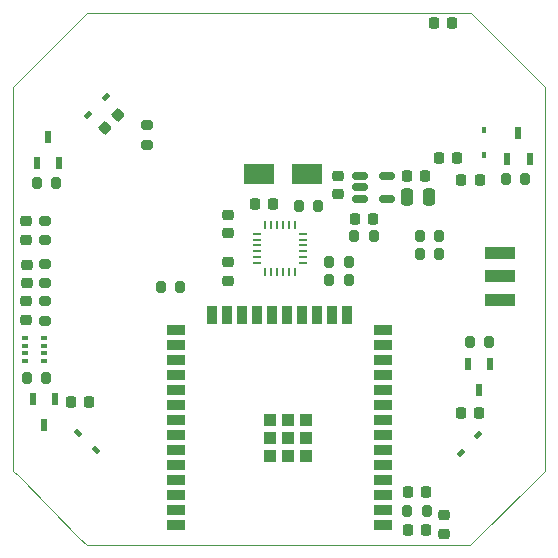
<source format=gtp>
G04 #@! TF.GenerationSoftware,KiCad,Pcbnew,9.0.1*
G04 #@! TF.CreationDate,2025-04-25T12:08:24+05:30*
G04 #@! TF.ProjectId,esp32_quad_baro_bootser_nousb_BMP,65737033-325f-4717-9561-645f6261726f,rev?*
G04 #@! TF.SameCoordinates,Original*
G04 #@! TF.FileFunction,Paste,Top*
G04 #@! TF.FilePolarity,Positive*
%FSLAX46Y46*%
G04 Gerber Fmt 4.6, Leading zero omitted, Abs format (unit mm)*
G04 Created by KiCad (PCBNEW 9.0.1) date 2025-04-25 12:08:24*
%MOMM*%
%LPD*%
G01*
G04 APERTURE LIST*
G04 Aperture macros list*
%AMRoundRect*
0 Rectangle with rounded corners*
0 $1 Rounding radius*
0 $2 $3 $4 $5 $6 $7 $8 $9 X,Y pos of 4 corners*
0 Add a 4 corners polygon primitive as box body*
4,1,4,$2,$3,$4,$5,$6,$7,$8,$9,$2,$3,0*
0 Add four circle primitives for the rounded corners*
1,1,$1+$1,$2,$3*
1,1,$1+$1,$4,$5*
1,1,$1+$1,$6,$7*
1,1,$1+$1,$8,$9*
0 Add four rect primitives between the rounded corners*
20,1,$1+$1,$2,$3,$4,$5,0*
20,1,$1+$1,$4,$5,$6,$7,0*
20,1,$1+$1,$6,$7,$8,$9,0*
20,1,$1+$1,$8,$9,$2,$3,0*%
%AMRotRect*
0 Rectangle, with rotation*
0 The origin of the aperture is its center*
0 $1 length*
0 $2 width*
0 $3 Rotation angle, in degrees counterclockwise*
0 Add horizontal line*
21,1,$1,$2,0,0,$3*%
G04 Aperture macros list end*
%ADD10RoundRect,0.200000X-0.275000X0.200000X-0.275000X-0.200000X0.275000X-0.200000X0.275000X0.200000X0*%
%ADD11R,0.600000X1.100000*%
%ADD12R,0.500000X0.350000*%
%ADD13RoundRect,0.225000X0.250000X-0.225000X0.250000X0.225000X-0.250000X0.225000X-0.250000X-0.225000X0*%
%ADD14RoundRect,0.200000X-0.200000X-0.275000X0.200000X-0.275000X0.200000X0.275000X-0.200000X0.275000X0*%
%ADD15RoundRect,0.250000X-0.250000X-0.475000X0.250000X-0.475000X0.250000X0.475000X-0.250000X0.475000X0*%
%ADD16RoundRect,0.200000X0.200000X0.275000X-0.200000X0.275000X-0.200000X-0.275000X0.200000X-0.275000X0*%
%ADD17R,0.790000X0.280000*%
%ADD18R,0.280000X0.790000*%
%ADD19RoundRect,0.225000X-0.225000X-0.250000X0.225000X-0.250000X0.225000X0.250000X-0.225000X0.250000X0*%
%ADD20RoundRect,0.218750X0.256250X-0.218750X0.256250X0.218750X-0.256250X0.218750X-0.256250X-0.218750X0*%
%ADD21RoundRect,0.218750X-0.218750X-0.256250X0.218750X-0.256250X0.218750X0.256250X-0.218750X0.256250X0*%
%ADD22R,1.500000X0.900000*%
%ADD23R,0.900000X1.500000*%
%ADD24R,1.050000X1.050000*%
%ADD25R,2.500000X1.000000*%
%ADD26RotRect,0.600000X0.450000X45.000000*%
%ADD27RoundRect,0.225000X-0.017678X0.335876X-0.335876X0.017678X0.017678X-0.335876X0.335876X-0.017678X0*%
%ADD28RoundRect,0.225000X0.225000X0.250000X-0.225000X0.250000X-0.225000X-0.250000X0.225000X-0.250000X0*%
%ADD29RotRect,0.600000X0.450000X225.000000*%
%ADD30R,0.450000X0.600000*%
%ADD31RoundRect,0.150000X-0.512500X-0.150000X0.512500X-0.150000X0.512500X0.150000X-0.512500X0.150000X0*%
%ADD32R,2.500000X1.800000*%
%ADD33RoundRect,0.225000X-0.250000X0.225000X-0.250000X-0.225000X0.250000X-0.225000X0.250000X0.225000X0*%
%ADD34RotRect,0.600000X0.450000X135.000000*%
G04 #@! TA.AperFunction,Profile*
%ADD35C,0.025400*%
G04 #@! TD*
G04 APERTURE END LIST*
D10*
X111080550Y-85228930D03*
X111080550Y-86878930D03*
D11*
X111950000Y-96672220D03*
X110050000Y-96672220D03*
X111000000Y-98872220D03*
D12*
X109400000Y-93475000D03*
X109400000Y-92825000D03*
X109400000Y-92175000D03*
X109400000Y-91525000D03*
X111000000Y-91525000D03*
X111000000Y-92175000D03*
X111000000Y-92825000D03*
X111000000Y-93475000D03*
D13*
X144890490Y-108087460D03*
X144890490Y-106537460D03*
D14*
X135152630Y-85096350D03*
X136802630Y-85096350D03*
D13*
X126579630Y-86652400D03*
X126579630Y-85102400D03*
D10*
X111070000Y-88400000D03*
X111070000Y-90050000D03*
D15*
X141715450Y-79564230D03*
X143615450Y-79564230D03*
D16*
X134200000Y-80320000D03*
X132550000Y-80320000D03*
X122539260Y-87236300D03*
X120889260Y-87236300D03*
D17*
X132930940Y-85185420D03*
X132930940Y-84685420D03*
X132930940Y-84185420D03*
X132930940Y-83685420D03*
X132930940Y-83185420D03*
X132930940Y-82685420D03*
D18*
X132210940Y-81965420D03*
X131710940Y-81965420D03*
X131210940Y-81965420D03*
X130710940Y-81965420D03*
X130210940Y-81965420D03*
X129710940Y-81965420D03*
D17*
X128990940Y-82685420D03*
X128990940Y-83185420D03*
X128990940Y-83685420D03*
X128990940Y-84185420D03*
X128990940Y-84685420D03*
X128990940Y-85185420D03*
D18*
X129710940Y-85905420D03*
X130210940Y-85905420D03*
X130710940Y-85905420D03*
X131210940Y-85905420D03*
X131710940Y-85905420D03*
X132210940Y-85905420D03*
D19*
X141684710Y-77800200D03*
X143234710Y-77800200D03*
D20*
X109495590Y-83200340D03*
X109495590Y-81625340D03*
D21*
X143970910Y-64886840D03*
X145545910Y-64886840D03*
D22*
X139678110Y-107351450D03*
X139678110Y-106081450D03*
X139678110Y-104811450D03*
X139678110Y-103541450D03*
X139678110Y-102271450D03*
X139678110Y-101001450D03*
X139678110Y-99731450D03*
X139678110Y-98461450D03*
X139678110Y-97191450D03*
X139678110Y-95921450D03*
X139678110Y-94651450D03*
X139678110Y-93381450D03*
X139678110Y-92111450D03*
X139678110Y-90841450D03*
D23*
X136638110Y-89591450D03*
X135368110Y-89591450D03*
X134098110Y-89591450D03*
X132828110Y-89591450D03*
X131558110Y-89591450D03*
X130288110Y-89591450D03*
X129018110Y-89591450D03*
X127748110Y-89591450D03*
X126478110Y-89591450D03*
X125208110Y-89591450D03*
D22*
X122178110Y-90841450D03*
X122178110Y-92111450D03*
X122178110Y-93381450D03*
X122178110Y-94651450D03*
X122178110Y-95921450D03*
X122178110Y-97191450D03*
X122178110Y-98461450D03*
X122178110Y-99731450D03*
X122178110Y-101001450D03*
X122178110Y-102271450D03*
X122178110Y-103541450D03*
X122178110Y-104811450D03*
X122178110Y-106081450D03*
X122178110Y-107351450D03*
D24*
X133133110Y-101536450D03*
X133133110Y-100011450D03*
X133133110Y-98486450D03*
X131608110Y-101536450D03*
X131608110Y-100011450D03*
X131608110Y-98486450D03*
X130083110Y-101536450D03*
X130083110Y-100011450D03*
X130083110Y-98486450D03*
D25*
X149630000Y-88310000D03*
X149630000Y-86310000D03*
X149630000Y-84310000D03*
D26*
X146281628Y-101252802D03*
X147766552Y-99767878D03*
D16*
X112031280Y-78386940D03*
X110381280Y-78386940D03*
D27*
X117224178Y-72603992D03*
X116128162Y-73700008D03*
D14*
X142810730Y-84376260D03*
X144460730Y-84376260D03*
D19*
X144440000Y-76310000D03*
X145990000Y-76310000D03*
D10*
X111072930Y-81598000D03*
X111072930Y-83248000D03*
D14*
X135152630Y-86634320D03*
X136802630Y-86634320D03*
D28*
X138839240Y-81403190D03*
X137289240Y-81403190D03*
D14*
X147019510Y-91829890D03*
X148669510Y-91829890D03*
X109520220Y-94888050D03*
X111170220Y-94888050D03*
D19*
X146311320Y-78165960D03*
X147861320Y-78165960D03*
D11*
X148757680Y-93696610D03*
X146857680Y-93696610D03*
X147807680Y-95896610D03*
D16*
X143410000Y-106160000D03*
X141760000Y-106160000D03*
D11*
X110379470Y-76692940D03*
X112279470Y-76692940D03*
X111329470Y-74492940D03*
D16*
X144460730Y-82856070D03*
X142810730Y-82856070D03*
D29*
X116231182Y-71112868D03*
X114746258Y-72597792D03*
D19*
X141786610Y-107779820D03*
X143336610Y-107779820D03*
D30*
X148261070Y-73893970D03*
X148261070Y-75993970D03*
D14*
X137248130Y-82919570D03*
X138898130Y-82919570D03*
D19*
X146254170Y-97845880D03*
X147804170Y-97845880D03*
X141787580Y-104580690D03*
X143337580Y-104580690D03*
D13*
X126532640Y-82663330D03*
X126532640Y-81113330D03*
D11*
X150190000Y-76330000D03*
X152090000Y-76330000D03*
X151140000Y-74130000D03*
D20*
X109514640Y-86887470D03*
X109514640Y-85312470D03*
D31*
X137712870Y-77815400D03*
X137712870Y-78765400D03*
X137712870Y-79715400D03*
X139987870Y-79715400D03*
X139987870Y-77815400D03*
D10*
X119680000Y-73490000D03*
X119680000Y-75140000D03*
D32*
X133220000Y-77600000D03*
X129220000Y-77600000D03*
D28*
X130390000Y-80150000D03*
X128840000Y-80150000D03*
D16*
X151720000Y-78020000D03*
X150070000Y-78020000D03*
D33*
X135903970Y-77777040D03*
X135903970Y-79327040D03*
D20*
X109481620Y-89971030D03*
X109481620Y-88396030D03*
D28*
X114826080Y-96941640D03*
X113276080Y-96941640D03*
D34*
X115379012Y-101029282D03*
X113894088Y-99544358D03*
D35*
X122647460Y-109008420D02*
X119947440Y-109008420D01*
X108397550Y-101116380D02*
X108397550Y-102768910D01*
X141847570Y-109008420D02*
X147090000Y-109008420D01*
X108397550Y-70248020D02*
X108860000Y-69790000D01*
X108397550Y-75400410D02*
X108397550Y-97616520D01*
X139147550Y-109008420D02*
X141847570Y-109008420D01*
X114637060Y-64008510D02*
X113940000Y-64690000D01*
X108397550Y-97616520D02*
X108397550Y-101116380D01*
X113970000Y-108460000D02*
X114637060Y-109008420D01*
X123247410Y-64008510D02*
X138547610Y-64008510D01*
X153397460Y-71900540D02*
X153397460Y-70248020D01*
X147157950Y-64008510D02*
X153397460Y-70248020D01*
X108397550Y-102768910D02*
X108840000Y-103230000D01*
X153397460Y-102768910D02*
X153080000Y-103120000D01*
X108397550Y-70248020D02*
X108397550Y-71900540D01*
X147090000Y-109008420D02*
X153080000Y-103120000D01*
X153397460Y-97616520D02*
X153397460Y-75400410D01*
X113940000Y-64690000D02*
X108860000Y-69790000D01*
X139147550Y-109008420D02*
X122647460Y-109008420D01*
X153397460Y-102768910D02*
X153397460Y-101116380D01*
X153397460Y-71900540D02*
X153397460Y-75400410D01*
X108840000Y-103230000D02*
X113970000Y-108460000D01*
X147157950Y-64008510D02*
X138547610Y-64008510D01*
X123247410Y-64008510D02*
X114637060Y-64008510D01*
X114637060Y-109008420D02*
X119947440Y-109008420D01*
X153397460Y-97616520D02*
X153397460Y-101116380D01*
X108397550Y-75400410D02*
X108397550Y-71900540D01*
M02*

</source>
